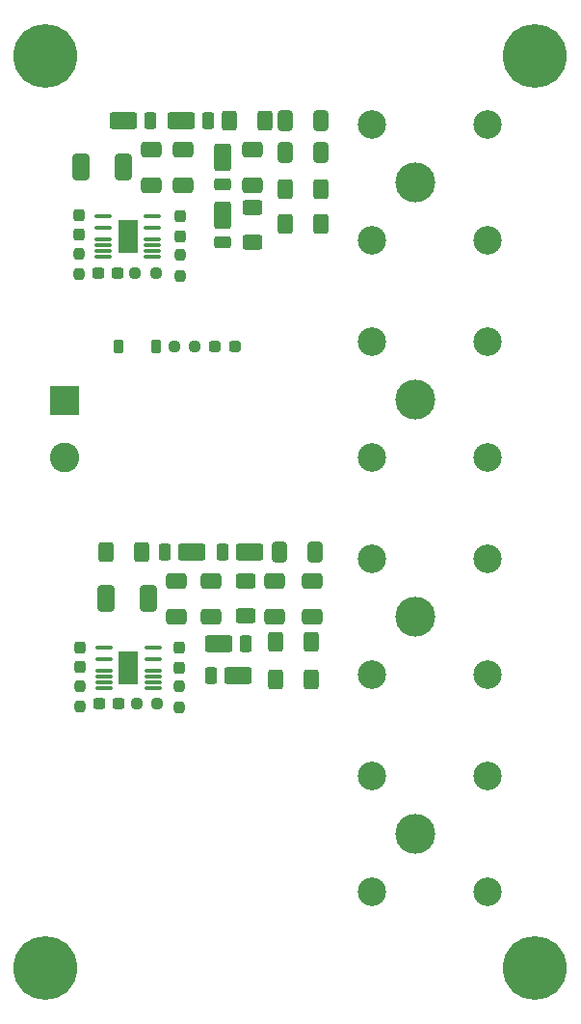
<source format=gbr>
G04 #@! TF.GenerationSoftware,KiCad,Pcbnew,8.0.6*
G04 #@! TF.CreationDate,2024-12-07T23:10:07+01:00*
G04 #@! TF.ProjectId,BOOST_LT8365,424f4f53-545f-44c5-9438-3336352e6b69,rev?*
G04 #@! TF.SameCoordinates,Original*
G04 #@! TF.FileFunction,Soldermask,Top*
G04 #@! TF.FilePolarity,Negative*
%FSLAX46Y46*%
G04 Gerber Fmt 4.6, Leading zero omitted, Abs format (unit mm)*
G04 Created by KiCad (PCBNEW 8.0.6) date 2024-12-07 23:10:07*
%MOMM*%
%LPD*%
G01*
G04 APERTURE LIST*
G04 Aperture macros list*
%AMRoundRect*
0 Rectangle with rounded corners*
0 $1 Rounding radius*
0 $2 $3 $4 $5 $6 $7 $8 $9 X,Y pos of 4 corners*
0 Add a 4 corners polygon primitive as box body*
4,1,4,$2,$3,$4,$5,$6,$7,$8,$9,$2,$3,0*
0 Add four circle primitives for the rounded corners*
1,1,$1+$1,$2,$3*
1,1,$1+$1,$4,$5*
1,1,$1+$1,$6,$7*
1,1,$1+$1,$8,$9*
0 Add four rect primitives between the rounded corners*
20,1,$1+$1,$2,$3,$4,$5,0*
20,1,$1+$1,$4,$5,$6,$7,0*
20,1,$1+$1,$6,$7,$8,$9,0*
20,1,$1+$1,$8,$9,$2,$3,0*%
G04 Aperture macros list end*
%ADD10RoundRect,0.250000X0.650000X-0.412500X0.650000X0.412500X-0.650000X0.412500X-0.650000X-0.412500X0*%
%ADD11RoundRect,0.250000X-0.412500X-0.650000X0.412500X-0.650000X0.412500X0.650000X-0.412500X0.650000X0*%
%ADD12R,2.600000X2.600000*%
%ADD13C,2.600000*%
%ADD14RoundRect,0.075000X-0.650000X-0.075000X0.650000X-0.075000X0.650000X0.075000X-0.650000X0.075000X0*%
%ADD15R,1.651000X2.845000*%
%ADD16RoundRect,0.375000X-0.375000X-0.825000X0.375000X-0.825000X0.375000X0.825000X-0.375000X0.825000X0*%
%ADD17RoundRect,0.237500X-0.250000X-0.237500X0.250000X-0.237500X0.250000X0.237500X-0.250000X0.237500X0*%
%ADD18C,2.500000*%
%ADD19C,3.500000*%
%ADD20RoundRect,0.250000X-0.950000X-0.500000X0.950000X-0.500000X0.950000X0.500000X-0.950000X0.500000X0*%
%ADD21RoundRect,0.250000X-0.275000X-0.500000X0.275000X-0.500000X0.275000X0.500000X-0.275000X0.500000X0*%
%ADD22RoundRect,0.237500X0.237500X-0.300000X0.237500X0.300000X-0.237500X0.300000X-0.237500X-0.300000X0*%
%ADD23C,5.600000*%
%ADD24RoundRect,0.250000X-0.400000X-0.625000X0.400000X-0.625000X0.400000X0.625000X-0.400000X0.625000X0*%
%ADD25RoundRect,0.237500X0.250000X0.237500X-0.250000X0.237500X-0.250000X-0.237500X0.250000X-0.237500X0*%
%ADD26RoundRect,0.225000X-0.225000X-0.375000X0.225000X-0.375000X0.225000X0.375000X-0.225000X0.375000X0*%
%ADD27RoundRect,0.250000X-0.650000X0.412500X-0.650000X-0.412500X0.650000X-0.412500X0.650000X0.412500X0*%
%ADD28RoundRect,0.237500X-0.237500X0.250000X-0.237500X-0.250000X0.237500X-0.250000X0.237500X0.250000X0*%
%ADD29RoundRect,0.250000X0.500000X-0.950000X0.500000X0.950000X-0.500000X0.950000X-0.500000X-0.950000X0*%
%ADD30RoundRect,0.250000X0.500000X-0.275000X0.500000X0.275000X-0.500000X0.275000X-0.500000X-0.275000X0*%
%ADD31RoundRect,0.250000X0.950000X0.500000X-0.950000X0.500000X-0.950000X-0.500000X0.950000X-0.500000X0*%
%ADD32RoundRect,0.250000X0.275000X0.500000X-0.275000X0.500000X-0.275000X-0.500000X0.275000X-0.500000X0*%
%ADD33RoundRect,0.250000X0.625000X-0.400000X0.625000X0.400000X-0.625000X0.400000X-0.625000X-0.400000X0*%
%ADD34RoundRect,0.237500X-0.300000X-0.237500X0.300000X-0.237500X0.300000X0.237500X-0.300000X0.237500X0*%
%ADD35RoundRect,0.250000X0.400000X0.625000X-0.400000X0.625000X-0.400000X-0.625000X0.400000X-0.625000X0*%
%ADD36RoundRect,0.237500X0.287500X0.237500X-0.287500X0.237500X-0.287500X-0.237500X0.287500X-0.237500X0*%
G04 APERTURE END LIST*
D10*
G04 #@! TO.C,C6*
X148590000Y-95669500D03*
X148590000Y-92544500D03*
G04 #@! TD*
D11*
G04 #@! TO.C,C18*
X149567500Y-54991000D03*
X152692500Y-54991000D03*
G04 #@! TD*
D12*
G04 #@! TO.C,J3*
X130124000Y-76748000D03*
D13*
X130124000Y-81748000D03*
G04 #@! TD*
D14*
G04 #@! TO.C,U3*
X133570500Y-60611500D03*
X133570500Y-61611500D03*
X133570500Y-62611500D03*
X133570500Y-63111500D03*
X133570500Y-63611500D03*
X133570500Y-64111500D03*
X137870500Y-64111500D03*
X137870500Y-63611500D03*
X137870500Y-63111500D03*
X137870500Y-62611500D03*
X137870500Y-61611500D03*
X137870500Y-60611500D03*
D15*
X135720500Y-62361500D03*
G04 #@! TD*
D11*
G04 #@! TO.C,C7*
X149059500Y-90043000D03*
X152184500Y-90043000D03*
G04 #@! TD*
D10*
G04 #@! TO.C,C13*
X137795000Y-57823500D03*
X137795000Y-54698500D03*
G04 #@! TD*
D16*
G04 #@! TO.C,L2*
X131627000Y-56261000D03*
X135327000Y-56261000D03*
G04 #@! TD*
D17*
G04 #@! TO.C,R9*
X139803500Y-72009000D03*
X141628500Y-72009000D03*
G04 #@! TD*
D10*
G04 #@! TO.C,C16*
X146685000Y-57823500D03*
X146685000Y-54698500D03*
G04 #@! TD*
D18*
G04 #@! TO.C,J2*
X157200000Y-109670000D03*
X157200000Y-119830000D03*
X167360000Y-109670000D03*
X167360000Y-119830000D03*
D19*
X161000000Y-114750000D03*
G04 #@! TD*
D20*
G04 #@! TO.C,D2*
X146392000Y-90043000D03*
D21*
X144017000Y-90043000D03*
G04 #@! TD*
D22*
G04 #@! TO.C,C1*
X140208000Y-100176500D03*
X140208000Y-98451500D03*
G04 #@! TD*
D23*
G04 #@! TO.C,H3*
X171500000Y-46500000D03*
G04 #@! TD*
G04 #@! TO.C,H1*
X128500000Y-46500000D03*
G04 #@! TD*
D18*
G04 #@! TO.C,J5*
X157200000Y-71570000D03*
X157200000Y-81730000D03*
X167360000Y-71570000D03*
X167360000Y-81730000D03*
D19*
X161000000Y-76650000D03*
G04 #@! TD*
D11*
G04 #@! TO.C,C17*
X149567500Y-52197000D03*
X152692500Y-52197000D03*
G04 #@! TD*
D24*
G04 #@! TO.C,R25*
X149580000Y-58166000D03*
X152680000Y-58166000D03*
G04 #@! TD*
D25*
G04 #@! TO.C,R24*
X138199500Y-65532000D03*
X136374500Y-65532000D03*
G04 #@! TD*
D24*
G04 #@! TO.C,R8*
X148691000Y-97917000D03*
X151791000Y-97917000D03*
G04 #@! TD*
D20*
G04 #@! TO.C,D4*
X145376000Y-100838000D03*
D21*
X143001000Y-100838000D03*
G04 #@! TD*
D26*
G04 #@! TO.C,D5*
X134875000Y-72009000D03*
X138175000Y-72009000D03*
G04 #@! TD*
D27*
G04 #@! TO.C,C5*
X143002000Y-92544500D03*
X143002000Y-95669500D03*
G04 #@! TD*
D24*
G04 #@! TO.C,R23*
X144627000Y-52197000D03*
X147727000Y-52197000D03*
G04 #@! TD*
D10*
G04 #@! TO.C,C3*
X139954000Y-95669500D03*
X139954000Y-92544500D03*
G04 #@! TD*
D22*
G04 #@! TO.C,C4*
X131538000Y-100124500D03*
X131538000Y-98399500D03*
G04 #@! TD*
D28*
G04 #@! TO.C,R10*
X131445000Y-63857500D03*
X131445000Y-65682500D03*
G04 #@! TD*
D29*
G04 #@! TO.C,D11*
X144018000Y-60490000D03*
D30*
X144018000Y-62865000D03*
G04 #@! TD*
D23*
G04 #@! TO.C,H2*
X128500000Y-126500000D03*
G04 #@! TD*
D31*
G04 #@! TO.C,D3*
X143676000Y-98044000D03*
D32*
X146051000Y-98044000D03*
G04 #@! TD*
D20*
G04 #@! TO.C,D1*
X141312000Y-90043000D03*
D21*
X138937000Y-90043000D03*
G04 #@! TD*
D27*
G04 #@! TO.C,C15*
X140589000Y-54698500D03*
X140589000Y-57823500D03*
G04 #@! TD*
D25*
G04 #@! TO.C,R6*
X138292500Y-103326000D03*
X136467500Y-103326000D03*
G04 #@! TD*
D24*
G04 #@! TO.C,R4*
X148691000Y-101219000D03*
X151791000Y-101219000D03*
G04 #@! TD*
D14*
G04 #@! TO.C,U1*
X133612000Y-98453000D03*
X133612000Y-99453000D03*
X133612000Y-100453000D03*
X133612000Y-100953000D03*
X133612000Y-101453000D03*
X133612000Y-101953000D03*
X137912000Y-101953000D03*
X137912000Y-101453000D03*
X137912000Y-100953000D03*
X137912000Y-100453000D03*
X137912000Y-99453000D03*
X137912000Y-98453000D03*
D15*
X135762000Y-100203000D03*
G04 #@! TD*
D23*
G04 #@! TO.C,H4*
X171500000Y-126500000D03*
G04 #@! TD*
D33*
G04 #@! TO.C,R37*
X146685000Y-62891000D03*
X146685000Y-59791000D03*
G04 #@! TD*
D24*
G04 #@! TO.C,R26*
X149580000Y-61214000D03*
X152680000Y-61214000D03*
G04 #@! TD*
D18*
G04 #@! TO.C,J1*
X157200000Y-90620000D03*
X157200000Y-100780000D03*
X167360000Y-90620000D03*
X167360000Y-100780000D03*
D19*
X161000000Y-95700000D03*
G04 #@! TD*
D28*
G04 #@! TO.C,R7*
X140335000Y-63984500D03*
X140335000Y-65809500D03*
G04 #@! TD*
D18*
G04 #@! TO.C,J4*
X157200000Y-52520000D03*
X157200000Y-62680000D03*
X167360000Y-52520000D03*
X167360000Y-62680000D03*
D19*
X161000000Y-57600000D03*
G04 #@! TD*
D31*
G04 #@! TO.C,D8*
X135294000Y-52197000D03*
D32*
X137669000Y-52197000D03*
G04 #@! TD*
D29*
G04 #@! TO.C,D10*
X144018000Y-55411000D03*
D30*
X144018000Y-57786000D03*
G04 #@! TD*
D10*
G04 #@! TO.C,C8*
X151892000Y-95669500D03*
X151892000Y-92544500D03*
G04 #@! TD*
D22*
G04 #@! TO.C,C11*
X140335000Y-62330500D03*
X140335000Y-60605500D03*
G04 #@! TD*
D34*
G04 #@! TO.C,C2*
X133215500Y-103326000D03*
X134940500Y-103326000D03*
G04 #@! TD*
D22*
G04 #@! TO.C,C14*
X131445000Y-62203500D03*
X131445000Y-60478500D03*
G04 #@! TD*
D35*
G04 #@! TO.C,R3*
X136932000Y-90043000D03*
X133832000Y-90043000D03*
G04 #@! TD*
D33*
G04 #@! TO.C,R5*
X146050000Y-95657000D03*
X146050000Y-92557000D03*
G04 #@! TD*
D36*
G04 #@! TO.C,D6*
X145123500Y-72009000D03*
X143373500Y-72009000D03*
G04 #@! TD*
D31*
G04 #@! TO.C,D9*
X140373000Y-52197000D03*
D32*
X142748000Y-52197000D03*
G04 #@! TD*
D16*
G04 #@! TO.C,L1*
X133786000Y-94107000D03*
X137486000Y-94107000D03*
G04 #@! TD*
D34*
G04 #@! TO.C,C12*
X133122500Y-65532000D03*
X134847500Y-65532000D03*
G04 #@! TD*
D28*
G04 #@! TO.C,R1*
X140208000Y-101830500D03*
X140208000Y-103655500D03*
G04 #@! TD*
G04 #@! TO.C,R2*
X131538000Y-101778500D03*
X131538000Y-103603500D03*
G04 #@! TD*
M02*

</source>
